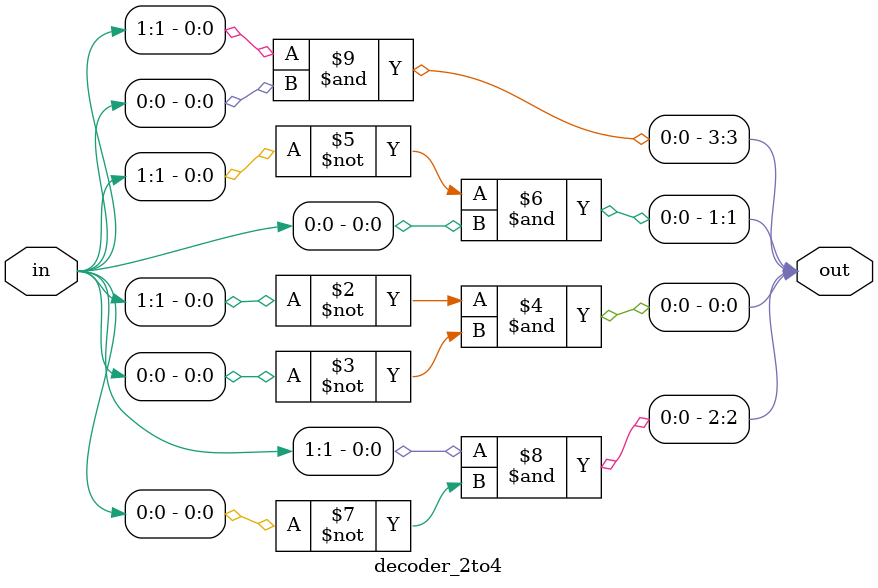
<source format=v>
module demux_1to4 ( 
input in, 
input [1:0] sel,
output reg [3:0] out 
);
    wire [3:0] decoder_out;

decoder_2to4 decoder (
        .in(sel),
        .out(decoder_out)
);

    integer k;
    always @(*) begin
        for (k = 0; k < 4; k = k + 1) begin
            out[k] = decoder_out[k] ? in : 1'b0;
        end
    end
endmodule

// 2by4 Decoder Module
module decoder_2to4 (
    input  [1:0] in,
    output [3:0] out
);
    assign out[0] = (~in[1]) & (~in[0]);
    assign out[1] = (~in[1]) &  in[0];
    assign out[2] =  in[1]  & (~in[0]);
    assign out[3] =  in[1]  &  in[0];
endmodule

</source>
